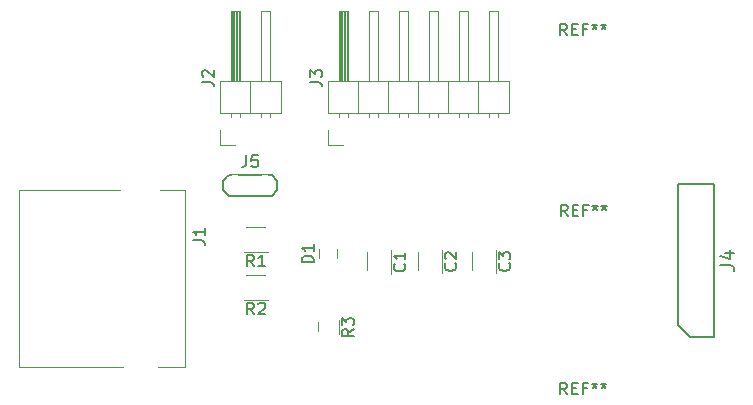
<source format=gto>
G04 #@! TF.FileFunction,Legend,Top*
%FSLAX46Y46*%
G04 Gerber Fmt 4.6, Leading zero omitted, Abs format (unit mm)*
G04 Created by KiCad (PCBNEW 4.0.6+dfsg1-1) date Wed May  9 14:27:07 2018*
%MOMM*%
%LPD*%
G01*
G04 APERTURE LIST*
%ADD10C,0.100000*%
%ADD11C,0.120000*%
%ADD12C,0.150000*%
%ADD13R,2.000000X2.400000*%
%ADD14R,1.700000X1.900000*%
%ADD15C,1.900000*%
%ADD16C,3.400000*%
%ADD17R,2.400000X2.100000*%
%ADD18C,1.800000*%
%ADD19R,2.100000X2.100000*%
%ADD20O,2.100000X2.100000*%
%ADD21C,2.400000*%
%ADD22C,3.600000*%
G04 APERTURE END LIST*
D10*
D11*
X149864000Y-110220000D02*
X149864000Y-108220000D01*
X147824000Y-108220000D02*
X147824000Y-110220000D01*
X154182000Y-110188000D02*
X154182000Y-108188000D01*
X152142000Y-108188000D02*
X152142000Y-110188000D01*
X158754000Y-110188000D02*
X158754000Y-108188000D01*
X156714000Y-108188000D02*
X156714000Y-110188000D01*
X145276000Y-107538000D02*
X145276000Y-110738000D01*
X143776000Y-110738000D02*
X143776000Y-107538000D01*
X143776000Y-110738000D02*
X145276000Y-110738000D01*
X132397500Y-118111000D02*
X130067500Y-118111000D01*
X132397500Y-103121000D02*
X130277500Y-103121000D01*
X132397500Y-118111000D02*
X132397500Y-103121000D01*
X118307500Y-118111000D02*
X118307500Y-103121000D01*
X127107500Y-118111000D02*
X118307500Y-118111000D01*
X126907500Y-103121000D02*
X118307500Y-103121000D01*
X137398000Y-106245000D02*
X139398000Y-106245000D01*
X139398000Y-108385000D02*
X137398000Y-108385000D01*
X137398000Y-110309000D02*
X139398000Y-110309000D01*
X139398000Y-112449000D02*
X137398000Y-112449000D01*
X143646000Y-115361000D02*
X143646000Y-114161000D01*
X145406000Y-114161000D02*
X145406000Y-115361000D01*
D12*
X136122000Y-101843000D02*
X139722000Y-101843000D01*
X139722000Y-101843000D02*
X140222000Y-102343000D01*
X140222000Y-102343000D02*
X140222000Y-103143000D01*
X140222000Y-103143000D02*
X139722000Y-103643000D01*
X139722000Y-103643000D02*
X136122000Y-103643000D01*
X136122000Y-103643000D02*
X135622000Y-103143000D01*
X135622000Y-103143000D02*
X135622000Y-102343000D01*
X135622000Y-102343000D02*
X136122000Y-101843000D01*
D11*
X135322000Y-96604000D02*
X140522000Y-96604000D01*
X140522000Y-96604000D02*
X140522000Y-93944000D01*
X140522000Y-93944000D02*
X135322000Y-93944000D01*
X135322000Y-93944000D02*
X135322000Y-96604000D01*
X136272000Y-93944000D02*
X136272000Y-87944000D01*
X136272000Y-87944000D02*
X137032000Y-87944000D01*
X137032000Y-87944000D02*
X137032000Y-93944000D01*
X136332000Y-93944000D02*
X136332000Y-87944000D01*
X136452000Y-93944000D02*
X136452000Y-87944000D01*
X136572000Y-93944000D02*
X136572000Y-87944000D01*
X136692000Y-93944000D02*
X136692000Y-87944000D01*
X136812000Y-93944000D02*
X136812000Y-87944000D01*
X136932000Y-93944000D02*
X136932000Y-87944000D01*
X136272000Y-96934000D02*
X136272000Y-96604000D01*
X137032000Y-96934000D02*
X137032000Y-96604000D01*
X137922000Y-96604000D02*
X137922000Y-93944000D01*
X138812000Y-93944000D02*
X138812000Y-87944000D01*
X138812000Y-87944000D02*
X139572000Y-87944000D01*
X139572000Y-87944000D02*
X139572000Y-93944000D01*
X138812000Y-97001071D02*
X138812000Y-96604000D01*
X139572000Y-97001071D02*
X139572000Y-96604000D01*
X136652000Y-99314000D02*
X135382000Y-99314000D01*
X135382000Y-99314000D02*
X135382000Y-98044000D01*
X144466000Y-96604000D02*
X159826000Y-96604000D01*
X159826000Y-96604000D02*
X159826000Y-93944000D01*
X159826000Y-93944000D02*
X144466000Y-93944000D01*
X144466000Y-93944000D02*
X144466000Y-96604000D01*
X145416000Y-93944000D02*
X145416000Y-87944000D01*
X145416000Y-87944000D02*
X146176000Y-87944000D01*
X146176000Y-87944000D02*
X146176000Y-93944000D01*
X145476000Y-93944000D02*
X145476000Y-87944000D01*
X145596000Y-93944000D02*
X145596000Y-87944000D01*
X145716000Y-93944000D02*
X145716000Y-87944000D01*
X145836000Y-93944000D02*
X145836000Y-87944000D01*
X145956000Y-93944000D02*
X145956000Y-87944000D01*
X146076000Y-93944000D02*
X146076000Y-87944000D01*
X145416000Y-96934000D02*
X145416000Y-96604000D01*
X146176000Y-96934000D02*
X146176000Y-96604000D01*
X147066000Y-96604000D02*
X147066000Y-93944000D01*
X147956000Y-93944000D02*
X147956000Y-87944000D01*
X147956000Y-87944000D02*
X148716000Y-87944000D01*
X148716000Y-87944000D02*
X148716000Y-93944000D01*
X147956000Y-97001071D02*
X147956000Y-96604000D01*
X148716000Y-97001071D02*
X148716000Y-96604000D01*
X149606000Y-96604000D02*
X149606000Y-93944000D01*
X150496000Y-93944000D02*
X150496000Y-87944000D01*
X150496000Y-87944000D02*
X151256000Y-87944000D01*
X151256000Y-87944000D02*
X151256000Y-93944000D01*
X150496000Y-97001071D02*
X150496000Y-96604000D01*
X151256000Y-97001071D02*
X151256000Y-96604000D01*
X152146000Y-96604000D02*
X152146000Y-93944000D01*
X153036000Y-93944000D02*
X153036000Y-87944000D01*
X153036000Y-87944000D02*
X153796000Y-87944000D01*
X153796000Y-87944000D02*
X153796000Y-93944000D01*
X153036000Y-97001071D02*
X153036000Y-96604000D01*
X153796000Y-97001071D02*
X153796000Y-96604000D01*
X154686000Y-96604000D02*
X154686000Y-93944000D01*
X155576000Y-93944000D02*
X155576000Y-87944000D01*
X155576000Y-87944000D02*
X156336000Y-87944000D01*
X156336000Y-87944000D02*
X156336000Y-93944000D01*
X155576000Y-97001071D02*
X155576000Y-96604000D01*
X156336000Y-97001071D02*
X156336000Y-96604000D01*
X157226000Y-96604000D02*
X157226000Y-93944000D01*
X158116000Y-93944000D02*
X158116000Y-87944000D01*
X158116000Y-87944000D02*
X158876000Y-87944000D01*
X158876000Y-87944000D02*
X158876000Y-93944000D01*
X158116000Y-97001071D02*
X158116000Y-96604000D01*
X158876000Y-97001071D02*
X158876000Y-96604000D01*
X145796000Y-99314000D02*
X144526000Y-99314000D01*
X144526000Y-99314000D02*
X144526000Y-98044000D01*
D12*
X174166400Y-114598400D02*
X175166400Y-115598400D01*
X175166400Y-115598400D02*
X177166400Y-115598400D01*
X177166400Y-115598400D02*
X177166400Y-102638400D01*
X177166400Y-102638400D02*
X174166400Y-102638400D01*
X174166400Y-102638400D02*
X174166400Y-114598400D01*
X150951143Y-109386666D02*
X150998762Y-109434285D01*
X151046381Y-109577142D01*
X151046381Y-109672380D01*
X150998762Y-109815238D01*
X150903524Y-109910476D01*
X150808286Y-109958095D01*
X150617810Y-110005714D01*
X150474952Y-110005714D01*
X150284476Y-109958095D01*
X150189238Y-109910476D01*
X150094000Y-109815238D01*
X150046381Y-109672380D01*
X150046381Y-109577142D01*
X150094000Y-109434285D01*
X150141619Y-109386666D01*
X151046381Y-108434285D02*
X151046381Y-109005714D01*
X151046381Y-108720000D02*
X150046381Y-108720000D01*
X150189238Y-108815238D01*
X150284476Y-108910476D01*
X150332095Y-109005714D01*
X155269143Y-109354666D02*
X155316762Y-109402285D01*
X155364381Y-109545142D01*
X155364381Y-109640380D01*
X155316762Y-109783238D01*
X155221524Y-109878476D01*
X155126286Y-109926095D01*
X154935810Y-109973714D01*
X154792952Y-109973714D01*
X154602476Y-109926095D01*
X154507238Y-109878476D01*
X154412000Y-109783238D01*
X154364381Y-109640380D01*
X154364381Y-109545142D01*
X154412000Y-109402285D01*
X154459619Y-109354666D01*
X154459619Y-108973714D02*
X154412000Y-108926095D01*
X154364381Y-108830857D01*
X154364381Y-108592761D01*
X154412000Y-108497523D01*
X154459619Y-108449904D01*
X154554857Y-108402285D01*
X154650095Y-108402285D01*
X154792952Y-108449904D01*
X155364381Y-109021333D01*
X155364381Y-108402285D01*
X159841143Y-109354666D02*
X159888762Y-109402285D01*
X159936381Y-109545142D01*
X159936381Y-109640380D01*
X159888762Y-109783238D01*
X159793524Y-109878476D01*
X159698286Y-109926095D01*
X159507810Y-109973714D01*
X159364952Y-109973714D01*
X159174476Y-109926095D01*
X159079238Y-109878476D01*
X158984000Y-109783238D01*
X158936381Y-109640380D01*
X158936381Y-109545142D01*
X158984000Y-109402285D01*
X159031619Y-109354666D01*
X158936381Y-109021333D02*
X158936381Y-108402285D01*
X159317333Y-108735619D01*
X159317333Y-108592761D01*
X159364952Y-108497523D01*
X159412571Y-108449904D01*
X159507810Y-108402285D01*
X159745905Y-108402285D01*
X159841143Y-108449904D01*
X159888762Y-108497523D01*
X159936381Y-108592761D01*
X159936381Y-108878476D01*
X159888762Y-108973714D01*
X159841143Y-109021333D01*
X143278381Y-109276095D02*
X142278381Y-109276095D01*
X142278381Y-109038000D01*
X142326000Y-108895142D01*
X142421238Y-108799904D01*
X142516476Y-108752285D01*
X142706952Y-108704666D01*
X142849810Y-108704666D01*
X143040286Y-108752285D01*
X143135524Y-108799904D01*
X143230762Y-108895142D01*
X143278381Y-109038000D01*
X143278381Y-109276095D01*
X143278381Y-107752285D02*
X143278381Y-108323714D01*
X143278381Y-108038000D02*
X142278381Y-108038000D01*
X142421238Y-108133238D01*
X142516476Y-108228476D01*
X142564095Y-108323714D01*
X133059881Y-107394333D02*
X133774167Y-107394333D01*
X133917024Y-107441953D01*
X134012262Y-107537191D01*
X134059881Y-107680048D01*
X134059881Y-107775286D01*
X134059881Y-106394333D02*
X134059881Y-106965762D01*
X134059881Y-106680048D02*
X133059881Y-106680048D01*
X133202738Y-106775286D01*
X133297976Y-106870524D01*
X133345595Y-106965762D01*
X138231334Y-109617381D02*
X137898000Y-109141190D01*
X137659905Y-109617381D02*
X137659905Y-108617381D01*
X138040858Y-108617381D01*
X138136096Y-108665000D01*
X138183715Y-108712619D01*
X138231334Y-108807857D01*
X138231334Y-108950714D01*
X138183715Y-109045952D01*
X138136096Y-109093571D01*
X138040858Y-109141190D01*
X137659905Y-109141190D01*
X139183715Y-109617381D02*
X138612286Y-109617381D01*
X138898000Y-109617381D02*
X138898000Y-108617381D01*
X138802762Y-108760238D01*
X138707524Y-108855476D01*
X138612286Y-108903095D01*
X138231334Y-113681381D02*
X137898000Y-113205190D01*
X137659905Y-113681381D02*
X137659905Y-112681381D01*
X138040858Y-112681381D01*
X138136096Y-112729000D01*
X138183715Y-112776619D01*
X138231334Y-112871857D01*
X138231334Y-113014714D01*
X138183715Y-113109952D01*
X138136096Y-113157571D01*
X138040858Y-113205190D01*
X137659905Y-113205190D01*
X138612286Y-112776619D02*
X138659905Y-112729000D01*
X138755143Y-112681381D01*
X138993239Y-112681381D01*
X139088477Y-112729000D01*
X139136096Y-112776619D01*
X139183715Y-112871857D01*
X139183715Y-112967095D01*
X139136096Y-113109952D01*
X138564667Y-113681381D01*
X139183715Y-113681381D01*
X146678381Y-114927666D02*
X146202190Y-115261000D01*
X146678381Y-115499095D02*
X145678381Y-115499095D01*
X145678381Y-115118142D01*
X145726000Y-115022904D01*
X145773619Y-114975285D01*
X145868857Y-114927666D01*
X146011714Y-114927666D01*
X146106952Y-114975285D01*
X146154571Y-115022904D01*
X146202190Y-115118142D01*
X146202190Y-115499095D01*
X145678381Y-114594333D02*
X145678381Y-113975285D01*
X146059333Y-114308619D01*
X146059333Y-114165761D01*
X146106952Y-114070523D01*
X146154571Y-114022904D01*
X146249810Y-113975285D01*
X146487905Y-113975285D01*
X146583143Y-114022904D01*
X146630762Y-114070523D01*
X146678381Y-114165761D01*
X146678381Y-114451476D01*
X146630762Y-114546714D01*
X146583143Y-114594333D01*
X137588667Y-100195381D02*
X137588667Y-100909667D01*
X137541047Y-101052524D01*
X137445809Y-101147762D01*
X137302952Y-101195381D01*
X137207714Y-101195381D01*
X138541048Y-100195381D02*
X138064857Y-100195381D01*
X138017238Y-100671571D01*
X138064857Y-100623952D01*
X138160095Y-100576333D01*
X138398191Y-100576333D01*
X138493429Y-100623952D01*
X138541048Y-100671571D01*
X138588667Y-100766810D01*
X138588667Y-101004905D01*
X138541048Y-101100143D01*
X138493429Y-101147762D01*
X138398191Y-101195381D01*
X138160095Y-101195381D01*
X138064857Y-101147762D01*
X138017238Y-101100143D01*
X133834381Y-93992333D02*
X134548667Y-93992333D01*
X134691524Y-94039953D01*
X134786762Y-94135191D01*
X134834381Y-94278048D01*
X134834381Y-94373286D01*
X133929619Y-93563762D02*
X133882000Y-93516143D01*
X133834381Y-93420905D01*
X133834381Y-93182809D01*
X133882000Y-93087571D01*
X133929619Y-93039952D01*
X134024857Y-92992333D01*
X134120095Y-92992333D01*
X134262952Y-93039952D01*
X134834381Y-93611381D01*
X134834381Y-92992333D01*
X142978381Y-93992333D02*
X143692667Y-93992333D01*
X143835524Y-94039953D01*
X143930762Y-94135191D01*
X143978381Y-94278048D01*
X143978381Y-94373286D01*
X142978381Y-93611381D02*
X142978381Y-92992333D01*
X143359333Y-93325667D01*
X143359333Y-93182809D01*
X143406952Y-93087571D01*
X143454571Y-93039952D01*
X143549810Y-92992333D01*
X143787905Y-92992333D01*
X143883143Y-93039952D01*
X143930762Y-93087571D01*
X143978381Y-93182809D01*
X143978381Y-93468524D01*
X143930762Y-93563762D01*
X143883143Y-93611381D01*
X177709257Y-109518400D02*
X178566400Y-109518400D01*
X178737829Y-109575542D01*
X178852114Y-109689828D01*
X178909257Y-109861257D01*
X178909257Y-109975542D01*
X178109257Y-108432685D02*
X178909257Y-108432685D01*
X177652114Y-108718399D02*
X178509257Y-109004114D01*
X178509257Y-108261256D01*
X164782667Y-105370781D02*
X164449333Y-104894590D01*
X164211238Y-105370781D02*
X164211238Y-104370781D01*
X164592191Y-104370781D01*
X164687429Y-104418400D01*
X164735048Y-104466019D01*
X164782667Y-104561257D01*
X164782667Y-104704114D01*
X164735048Y-104799352D01*
X164687429Y-104846971D01*
X164592191Y-104894590D01*
X164211238Y-104894590D01*
X165211238Y-104846971D02*
X165544572Y-104846971D01*
X165687429Y-105370781D02*
X165211238Y-105370781D01*
X165211238Y-104370781D01*
X165687429Y-104370781D01*
X166449334Y-104846971D02*
X166116000Y-104846971D01*
X166116000Y-105370781D02*
X166116000Y-104370781D01*
X166592191Y-104370781D01*
X167116000Y-104370781D02*
X167116000Y-104608876D01*
X166877905Y-104513638D02*
X167116000Y-104608876D01*
X167354096Y-104513638D01*
X166973143Y-104799352D02*
X167116000Y-104608876D01*
X167258858Y-104799352D01*
X167877905Y-104370781D02*
X167877905Y-104608876D01*
X167639810Y-104513638D02*
X167877905Y-104608876D01*
X168116001Y-104513638D01*
X167735048Y-104799352D02*
X167877905Y-104608876D01*
X168020763Y-104799352D01*
X164731867Y-90052381D02*
X164398533Y-89576190D01*
X164160438Y-90052381D02*
X164160438Y-89052381D01*
X164541391Y-89052381D01*
X164636629Y-89100000D01*
X164684248Y-89147619D01*
X164731867Y-89242857D01*
X164731867Y-89385714D01*
X164684248Y-89480952D01*
X164636629Y-89528571D01*
X164541391Y-89576190D01*
X164160438Y-89576190D01*
X165160438Y-89528571D02*
X165493772Y-89528571D01*
X165636629Y-90052381D02*
X165160438Y-90052381D01*
X165160438Y-89052381D01*
X165636629Y-89052381D01*
X166398534Y-89528571D02*
X166065200Y-89528571D01*
X166065200Y-90052381D02*
X166065200Y-89052381D01*
X166541391Y-89052381D01*
X167065200Y-89052381D02*
X167065200Y-89290476D01*
X166827105Y-89195238D02*
X167065200Y-89290476D01*
X167303296Y-89195238D01*
X166922343Y-89480952D02*
X167065200Y-89290476D01*
X167208058Y-89480952D01*
X167827105Y-89052381D02*
X167827105Y-89290476D01*
X167589010Y-89195238D02*
X167827105Y-89290476D01*
X168065201Y-89195238D01*
X167684248Y-89480952D02*
X167827105Y-89290476D01*
X167969963Y-89480952D01*
X164731867Y-120452381D02*
X164398533Y-119976190D01*
X164160438Y-120452381D02*
X164160438Y-119452381D01*
X164541391Y-119452381D01*
X164636629Y-119500000D01*
X164684248Y-119547619D01*
X164731867Y-119642857D01*
X164731867Y-119785714D01*
X164684248Y-119880952D01*
X164636629Y-119928571D01*
X164541391Y-119976190D01*
X164160438Y-119976190D01*
X165160438Y-119928571D02*
X165493772Y-119928571D01*
X165636629Y-120452381D02*
X165160438Y-120452381D01*
X165160438Y-119452381D01*
X165636629Y-119452381D01*
X166398534Y-119928571D02*
X166065200Y-119928571D01*
X166065200Y-120452381D02*
X166065200Y-119452381D01*
X166541391Y-119452381D01*
X167065200Y-119452381D02*
X167065200Y-119690476D01*
X166827105Y-119595238D02*
X167065200Y-119690476D01*
X167303296Y-119595238D01*
X166922343Y-119880952D02*
X167065200Y-119690476D01*
X167208058Y-119880952D01*
X167827105Y-119452381D02*
X167827105Y-119690476D01*
X167589010Y-119595238D02*
X167827105Y-119690476D01*
X168065201Y-119595238D01*
X167684248Y-119880952D02*
X167827105Y-119690476D01*
X167969963Y-119880952D01*
%LPC*%
D13*
X148844000Y-107220000D03*
X148844000Y-111220000D03*
X153162000Y-107188000D03*
X153162000Y-111188000D03*
X157734000Y-107188000D03*
X157734000Y-111188000D03*
D14*
X144526000Y-109888000D03*
X144526000Y-107188000D03*
D15*
X131257500Y-114171000D03*
X131257500Y-111631000D03*
X131257500Y-109601000D03*
X131257500Y-107061000D03*
D16*
X128587500Y-117221000D03*
X128587500Y-103501000D03*
D17*
X140398000Y-107315000D03*
X136398000Y-107315000D03*
X140398000Y-111379000D03*
X136398000Y-111379000D03*
D14*
X144526000Y-113411000D03*
X144526000Y-116111000D03*
D18*
X136652000Y-102743000D03*
X139192000Y-102743000D03*
D19*
X136652000Y-98044000D03*
D20*
X139192000Y-98044000D03*
D19*
X145796000Y-98044000D03*
D20*
X148336000Y-98044000D03*
X150876000Y-98044000D03*
X153416000Y-98044000D03*
X155956000Y-98044000D03*
X158496000Y-98044000D03*
D21*
X175666400Y-114198400D03*
X175666400Y-111658400D03*
X175666400Y-109118400D03*
X175666400Y-106578400D03*
X175666400Y-104038400D03*
D22*
X166116000Y-109118400D03*
X166065200Y-93800000D03*
X166065200Y-124200000D03*
M02*

</source>
